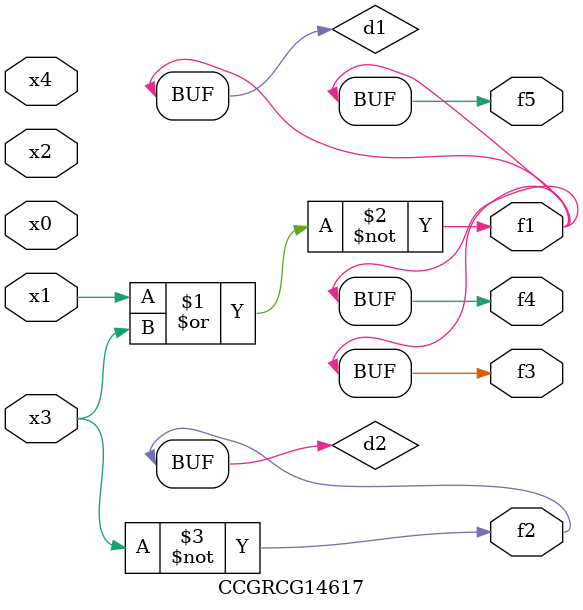
<source format=v>
module CCGRCG14617(
	input x0, x1, x2, x3, x4,
	output f1, f2, f3, f4, f5
);

	wire d1, d2;

	nor (d1, x1, x3);
	not (d2, x3);
	assign f1 = d1;
	assign f2 = d2;
	assign f3 = d1;
	assign f4 = d1;
	assign f5 = d1;
endmodule

</source>
